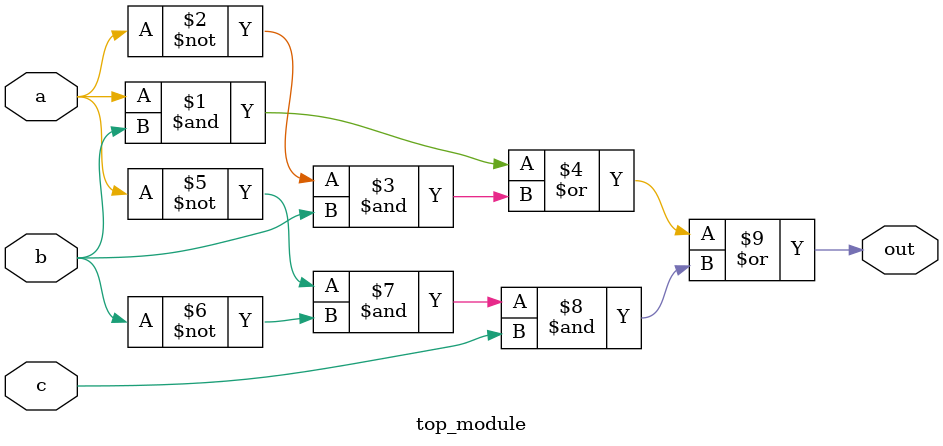
<source format=sv>
module top_module(
    input a,
    input b,
    input c,
    output out
);

assign out = (a & b) | (~a & b) | (~a & ~b & c);

endmodule

</source>
